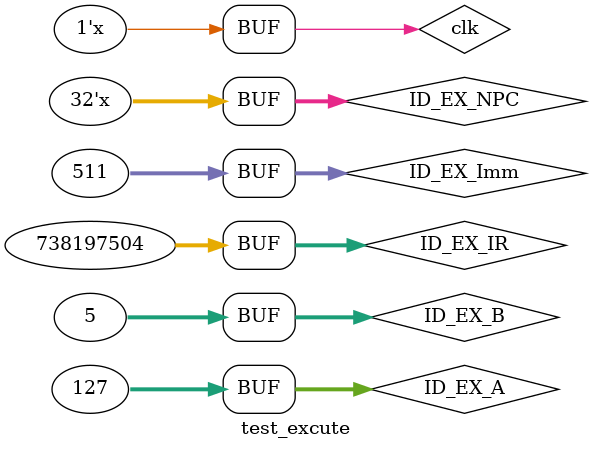
<source format=v>
`timescale 1ns / 1ps


module test_excute;

	// Inputs
	reg clk;
	reg [31:0] ID_EX_IR;
	reg [31:0] ID_EX_NPC;
	reg [31:0] ID_EX_A;
	reg [31:0] ID_EX_B;
	reg [31:0] ID_EX_Imm;

	// Outputs
	wire [31:0] EX_MEM_IR;
	wire [31:0] EX_MEM_ALU_output;
	wire [31:0] EX_MEM_B;
	wire EX_MEM_Cond;

	// Instantiate the Unit Under Test (UUT)
	excute uut (
		.clk(clk), 
		.ID_EX_IR(ID_EX_IR), 
		.ID_EX_NPC(ID_EX_NPC), 
		.ID_EX_A(ID_EX_A), 
		.ID_EX_B(ID_EX_B), 
		.ID_EX_Imm(ID_EX_Imm), 
		.EX_MEM_IR(EX_MEM_IR), 
		.EX_MEM_ALU_output(EX_MEM_ALU_output), 
		.EX_MEM_B(EX_MEM_B), 
		.EX_MEM_Cond(EX_MEM_Cond)
	);

	initial begin
		// Initialize Inputs
		clk = 0;
		ID_EX_IR = 0;
		ID_EX_NPC = 0;
		ID_EX_A = 127;
		ID_EX_B = 5;
		ID_EX_Imm = 511;
	end
	
	always begin
		#10 ID_EX_NPC = ID_EX_NPC + 1;
	end
	
	always begin
		#5 clk = ~clk;
	end
	
	always begin
		#10 ID_EX_IR = 32'b00000100001000100001100000000000;
		#10 ID_EX_IR = 32'b00001000001000100001100000000000;
		#10 ID_EX_IR = 32'b00001100001000100001100000000000;
		#10 ID_EX_IR = 32'b00010000001000100001100000000000;
		#10 ID_EX_IR = 32'b00010100001000100001100000000000;
		#10 ID_EX_IR = 32'b00011000001000100001100000000000;
		#10 ID_EX_IR = 32'b00100000100001010000000000000100;
		#10 ID_EX_IR = 32'b00100100100001010000000000001000;
		#10 ID_EX_IR = 32'b00101000100001010000000000000000;
		#10 ID_EX_IR = 32'b00101100000000000000000000000000;
	end
      
endmodule


</source>
